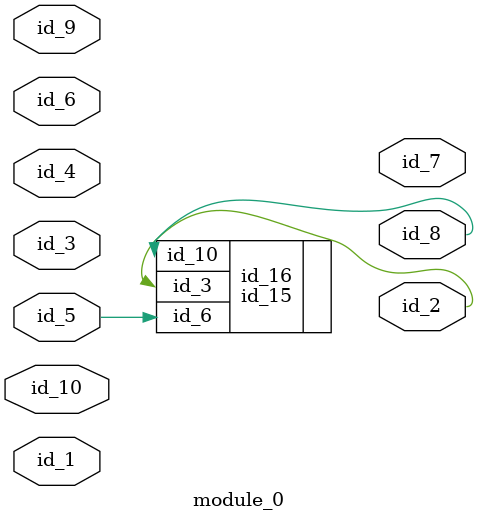
<source format=v>
`timescale 1 ps / 1ps
module module_0 (
    id_1,
    id_2,
    id_3,
    id_4,
    id_5,
    id_6,
    id_7,
    id_8,
    id_9,
    id_10
);
  input id_10;
  input id_9;
  output id_8;
  output id_7;
  input id_6;
  input id_5;
  input id_4;
  input id_3;
  output id_2;
  input id_1;
  id_11 id_12 ();
  id_13 id_14 (
      .id_10(id_5[id_10]),
      .id_5 (id_1),
      .id_2 (id_6)
  );
  id_15 id_16 (
      .id_3 (id_2),
      .id_6 (id_5),
      .id_10(id_10),
      .id_10(id_8)
  );
endmodule

</source>
